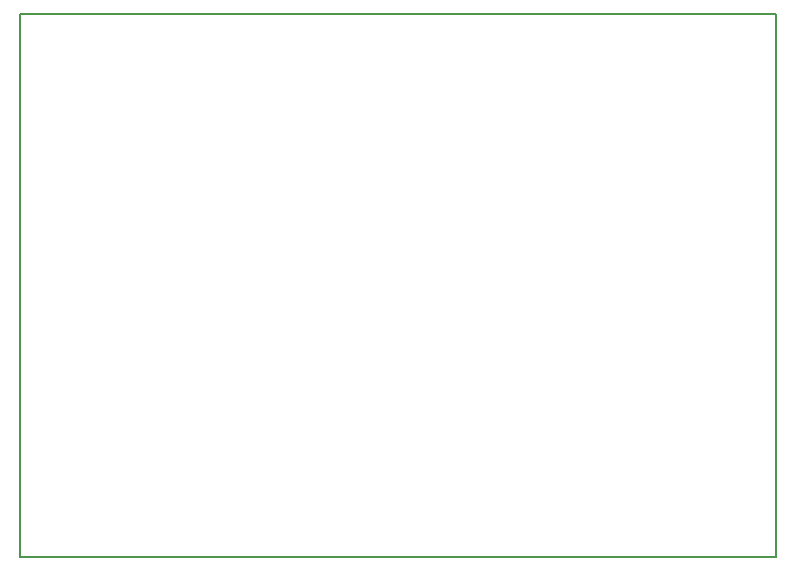
<source format=gm1>
G04 #@! TF.FileFunction,Profile,NP*
%FSLAX46Y46*%
G04 Gerber Fmt 4.6, Leading zero omitted, Abs format (unit mm)*
G04 Created by KiCad (PCBNEW 4.0.4+e1-6308~48~ubuntu14.04.1-stable) date Sun Nov 27 15:14:10 2016*
%MOMM*%
%LPD*%
G01*
G04 APERTURE LIST*
%ADD10C,0.100000*%
%ADD11C,0.150000*%
G04 APERTURE END LIST*
D10*
D11*
X127000000Y-96000000D02*
X127000000Y-50000000D01*
X191000000Y-96000000D02*
X127000000Y-96000000D01*
X191000000Y-50000000D02*
X191000000Y-96000000D01*
X127000000Y-50000000D02*
X191000000Y-50000000D01*
M02*

</source>
